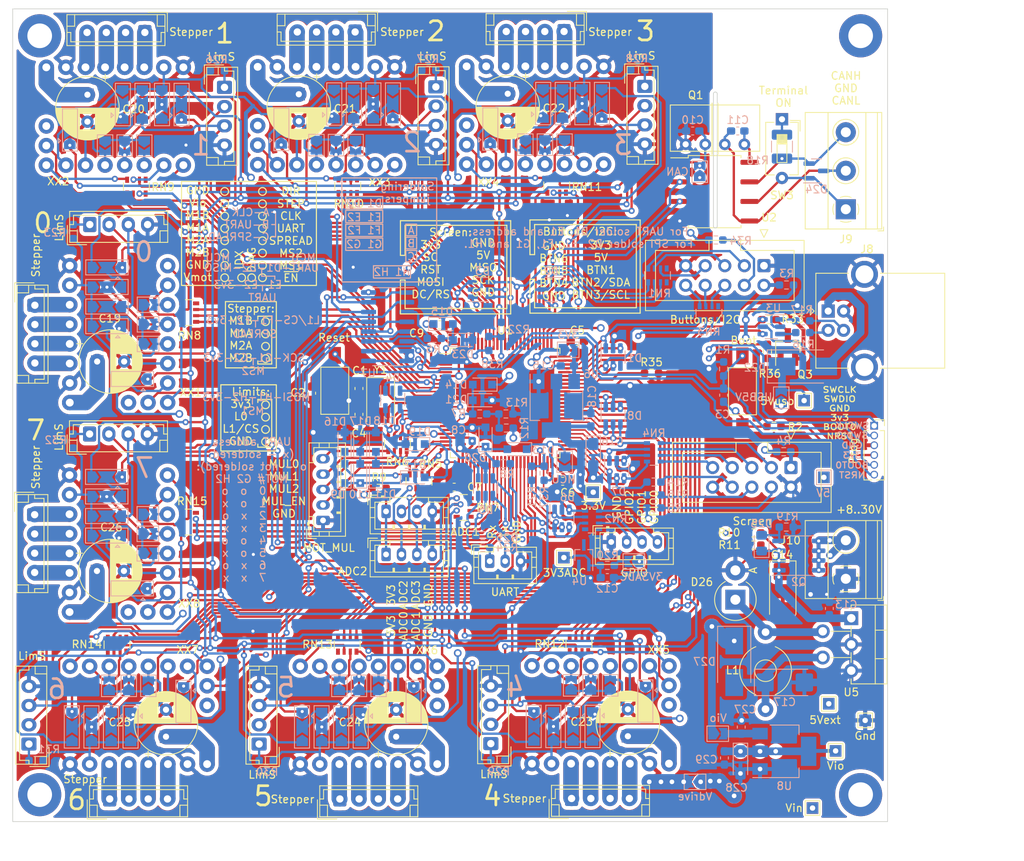
<source format=kicad_pcb>
(kicad_pcb (version 20211014) (generator pcbnew)

  (general
    (thickness 4.69)
  )

  (paper "A4")
  (layers
    (0 "F.Cu" signal)
    (1 "In1.Cu" power "Ground.Cu")
    (2 "In2.Cu" power "Power.Cu")
    (31 "B.Cu" signal)
    (32 "B.Adhes" user "B.Adhesive")
    (33 "F.Adhes" user "F.Adhesive")
    (34 "B.Paste" user)
    (35 "F.Paste" user)
    (36 "B.SilkS" user "B.Silkscreen")
    (37 "F.SilkS" user "F.Silkscreen")
    (38 "B.Mask" user)
    (39 "F.Mask" user)
    (40 "Dwgs.User" user "User.Drawings")
    (41 "Cmts.User" user "User.Comments")
    (42 "Eco1.User" user "User.Eco1")
    (43 "Eco2.User" user "User.Eco2")
    (44 "Edge.Cuts" user)
    (45 "Margin" user)
    (46 "B.CrtYd" user "B.Courtyard")
    (47 "F.CrtYd" user "F.Courtyard")
    (48 "B.Fab" user)
    (49 "F.Fab" user)
    (50 "User.1" user)
    (51 "User.2" user)
    (52 "User.3" user)
    (53 "User.4" user)
    (54 "User.5" user)
    (55 "User.6" user)
    (56 "User.7" user)
    (57 "User.8" user)
    (58 "User.9" user)
  )

  (setup
    (stackup
      (layer "F.SilkS" (type "Top Silk Screen"))
      (layer "F.Paste" (type "Top Solder Paste"))
      (layer "F.Mask" (type "Top Solder Mask") (thickness 0.01))
      (layer "F.Cu" (type "copper") (thickness 0.035))
      (layer "dielectric 1" (type "core") (thickness 1.51) (material "FR4") (epsilon_r 4.5) (loss_tangent 0.02))
      (layer "In1.Cu" (type "copper") (thickness 0.035))
      (layer "dielectric 2" (type "prepreg") (thickness 1.51) (material "FR4") (epsilon_r 4.5) (loss_tangent 0.02))
      (layer "In2.Cu" (type "copper") (thickness 0.035))
      (layer "dielectric 3" (type "core") (thickness 1.51) (material "FR4") (epsilon_r 4.5) (loss_tangent 0.02))
      (layer "B.Cu" (type "copper") (thickness 0.035))
      (layer "B.Mask" (type "Bottom Solder Mask") (thickness 0.01))
      (layer "B.Paste" (type "Bottom Solder Paste"))
      (layer "B.SilkS" (type "Bottom Silk Screen"))
      (copper_finish "None")
      (dielectric_constraints no)
    )
    (pad_to_mask_clearance 0)
    (pcbplotparams
      (layerselection 0x00010fc_ffffffff)
      (disableapertmacros false)
      (usegerberextensions false)
      (usegerberattributes true)
      (usegerberadvancedattributes true)
      (creategerberjobfile true)
      (svguseinch false)
      (svgprecision 6)
      (excludeedgelayer true)
      (plotframeref false)
      (viasonmask false)
      (mode 1)
      (useauxorigin false)
      (hpglpennumber 1)
      (hpglpenspeed 20)
      (hpglpendiameter 15.000000)
      (dxfpolygonmode true)
      (dxfimperialunits true)
      (dxfusepcbnewfont true)
      (psnegative false)
      (psa4output false)
      (plotreference true)
      (plotvalue true)
      (plotinvisibletext false)
      (sketchpadsonfab false)
      (subtractmaskfromsilk false)
      (outputformat 1)
      (mirror false)
      (drillshape 0)
      (scaleselection 1)
      (outputdirectory "gerbers/")
    )
  )

  (net 0 "")
  (net 1 "/MCU base/OSC_IN")
  (net 2 "GND")
  (net 3 "/MCU base/NRST")
  (net 4 "/MCU base/BOOT0")
  (net 5 "+3V3")
  (net 6 "/MCU base/OSC_OUT")
  (net 7 "unconnected-(D1-Pad4)")
  (net 8 "/MCU base/BTN1")
  (net 9 "/MCU base/BTN2_SDA")
  (net 10 "/MCU base/SWDIO")
  (net 11 "/MCU base/BTN3_SCL")
  (net 12 "/MCU base/SWCLK")
  (net 13 "M4_L0")
  (net 14 "M4_L1")
  (net 15 "/MCU base/BTN4")
  (net 16 "/MCU base/BTN5")
  (net 17 "/MCU base/BTN6")
  (net 18 "M3_L1")
  (net 19 "M3_L0")
  (net 20 "M2_L1")
  (net 21 "M2_L0")
  (net 22 "M1_L0")
  (net 23 "M1_L1")
  (net 24 "/MCU base/SCRN_DCRS")
  (net 25 "/MCU base/SCRN_SCK")
  (net 26 "/MCU base/SCRN_MISO")
  (net 27 "/MCU base/SCRN_MOSI")
  (net 28 "/MCU base/SCRN_RST")
  (net 29 "/MCU base/SCRN_CS")
  (net 30 "M6_L1")
  (net 31 "M6_L0")
  (net 32 "M5_L1")
  (net 33 "M5_L0")
  (net 34 "/MCU base/A0")
  (net 35 "/MCU base/A1")
  (net 36 "/MCU base/A2")
  (net 37 "/MCU base/A3")
  (net 38 "/MCU base/A4")
  (net 39 "/MCU base/A5")
  (net 40 "Net-(J1-Pad4)")
  (net 41 "Net-(J2-Pad2)")
  (net 42 "Net-(J2-Pad3)")
  (net 43 "Net-(J2-Pad5)")
  (net 44 "Net-(J2-Pad6)")
  (net 45 "Net-(J2-Pad7)")
  (net 46 "Net-(J2-Pad8)")
  (net 47 "ADC2")
  (net 48 "ADC3")
  (net 49 "ADC4")
  (net 50 "ADC5")
  (net 51 "+5V")
  (net 52 "ADC0")
  (net 53 "Vdrive")
  (net 54 "ADC1")
  (net 55 "unconnected-(RN1-Pad4)")
  (net 56 "unconnected-(RN1-Pad5)")
  (net 57 "MUL0")
  (net 58 "MUL1")
  (net 59 "MUL2")
  (net 60 "MUL_EN")
  (net 61 "M1_EN")
  (net 62 "M1_DIR")
  (net 63 "M1_STEP")
  (net 64 "+3.3VADC")
  (net 65 "TMC_SCK")
  (net 66 "TMC_MISO")
  (net 67 "TMC_MOSI")
  (net 68 "USART3_TX")
  (net 69 "M6_STEP")
  (net 70 "M6_DIR")
  (net 71 "M6_EN")
  (net 72 "M5_STEP")
  (net 73 "M5_DIR")
  (net 74 "M5_EN")
  (net 75 "USB_DM")
  (net 76 "USB_DP")
  (net 77 "M4_STEP")
  (net 78 "M4_EN")
  (net 79 "M4_DIR")
  (net 80 "CAN_RX")
  (net 81 "CAN_TX")
  (net 82 "USART2_TX")
  (net 83 "M3_DIR")
  (net 84 "M3_STEP")
  (net 85 "M3_EN")
  (net 86 "M2_STEP")
  (net 87 "M2_DIR")
  (net 88 "M2_EN")
  (net 89 "Net-(J2-Pad10)")
  (net 90 "Net-(C10-Pad1)")
  (net 91 "/MCU base/MOT_MUL0")
  (net 92 "/MCU base/MOT_MUL1")
  (net 93 "/MCU base/MOT_MUL2")
  (net 94 "/MCU base/MOT_MUL_EN")
  (net 95 "Net-(J6-Pad2)")
  (net 96 "Net-(J6-Pad3)")
  (net 97 "Net-(J6-Pad4)")
  (net 98 "Net-(J6-Pad5)")
  (net 99 "Net-(C11-Pad1)")
  (net 100 "Earth")
  (net 101 "Net-(C15-Pad1)")
  (net 102 "Net-(C17-Pad1)")
  (net 103 "Net-(D22-Pad1)")
  (net 104 "/VB")
  (net 105 "Net-(J3-Pad8)")
  (net 106 "/MCU base/OUT1")
  (net 107 "/MCU base/OUT0")
  (net 108 "/MCU base/OUT2")
  (net 109 "Net-(J7-Pad2)")
  (net 110 "Net-(J7-Pad3)")
  (net 111 "unconnected-(RN2-Pad4)")
  (net 112 "unconnected-(RN2-Pad5)")
  (net 113 "Net-(J7-Pad4)")
  (net 114 "/CANL")
  (net 115 "/CANH")
  (net 116 "Net-(D25-Pad2)")
  (net 117 "Net-(D26-Pad1)")
  (net 118 "Net-(J3-Pad1)")
  (net 119 "Net-(J3-Pad3)")
  (net 120 "Net-(J3-Pad4)")
  (net 121 "Net-(J3-Pad5)")
  (net 122 "Net-(J3-Pad6)")
  (net 123 "Net-(J3-Pad7)")
  (net 124 "Net-(J3-Pad9)")
  (net 125 "Net-(J4-Pad1)")
  (net 126 "Net-(J8-Pad2)")
  (net 127 "Net-(J8-Pad3)")
  (net 128 "Net-(J10-Pad2)")
  (net 129 "Net-(JP4-Pad2)")
  (net 130 "/Motors/Vm")
  (net 131 "/Motors/USART0-3")
  (net 132 "/Motors/MOSI")
  (net 133 "Net-(JP8-Pad1)")
  (net 134 "/Motors/SCK")
  (net 135 "Net-(JP13-Pad1)")
  (net 136 "/Motors/MISO")
  (net 137 "unconnected-(RN8-Pad8)")
  (net 138 "unconnected-(RN8-Pad1)")
  (net 139 "Net-(R16-Pad2)")
  (net 140 "Net-(R17-Pad2)")
  (net 141 "Net-(R18-Pad1)")
  (net 142 "/Motors/USART4-7")
  (net 143 "/Motors/DIAG4")
  (net 144 "/Motors/DIAG6")
  (net 145 "/Motors/DIAG7")
  (net 146 "/Motors/DIAG5")
  (net 147 "/Motors/DIAG3")
  (net 148 "/Motors/DIAG0")
  (net 149 "/Motors/DIAG1")
  (net 150 "/Motors/DIAG2")
  (net 151 "unconnected-(XX1-Pad18)")
  (net 152 "/Motors/stepper_M1/U")
  (net 153 "Net-(J11-Pad1)")
  (net 154 "/Motors/stepper_M1/~{ENx}")
  (net 155 "/Motors/stepper_M1/STEPx")
  (net 156 "/Motors/stepper_M1/DIRx")
  (net 157 "/MCU base/USART1_RX")
  (net 158 "/Motors/stepper_M1/MS1")
  (net 159 "/Motors/stepper_M1/MS2")
  (net 160 "/Motors/stepper_M1/SPR")
  (net 161 "/Motors/stepper_M1/CLK")
  (net 162 "/MCU base/USART1_TX")
  (net 163 "Net-(J13-Pad2)")
  (net 164 "Net-(J13-Pad1)")
  (net 165 "M0_L1")
  (net 166 "M0_L0")
  (net 167 "Net-(J12-Pad4)")
  (net 168 "Net-(J12-Pad3)")
  (net 169 "Net-(J12-Pad2)")
  (net 170 "Net-(J12-Pad1)")
  (net 171 "M0_STEP")
  (net 172 "M0_DIR")
  (net 173 "M0_EN")
  (net 174 "M7_L0")
  (net 175 "M7_L1")
  (net 176 "M7_DIR")
  (net 177 "M7_EN")
  (net 178 "M7_STEP")
  (net 179 "MCU3v3")
  (net 180 "unconnected-(RN7-Pad5)")
  (net 181 "unconnected-(RN7-Pad4)")
  (net 182 "Net-(J14-Pad1)")
  (net 183 "Net-(J15-Pad1)")
  (net 184 "Net-(J15-Pad2)")
  (net 185 "Net-(J15-Pad3)")
  (net 186 "Net-(J15-Pad4)")
  (net 187 "Net-(JP16-Pad1)")
  (net 188 "/Motors/stepper_M2/U")
  (net 189 "/Motors/stepper_M2/MS1")
  (net 190 "/Motors/stepper_M2/MS2")
  (net 191 "/Motors/stepper_M2/SPR")
  (net 192 "Net-(JP21-Pad1)")
  (net 193 "/Motors/stepper_M2/CLK")
  (net 194 "/Motors/stepper_M2/DIRx")
  (net 195 "/Motors/stepper_M2/STEPx")
  (net 196 "/Motors/stepper_M2/~{ENx}")
  (net 197 "unconnected-(RN9-Pad1)")
  (net 198 "unconnected-(RN9-Pad8)")
  (net 199 "unconnected-(XX2-Pad18)")
  (net 200 "Net-(J16-Pad1)")
  (net 201 "Net-(J17-Pad1)")
  (net 202 "Net-(J17-Pad2)")
  (net 203 "Net-(J17-Pad3)")
  (net 204 "Net-(J17-Pad4)")
  (net 205 "Net-(JP24-Pad1)")
  (net 206 "/Motors/stepper_M3/U")
  (net 207 "/Motors/stepper_M3/MS1")
  (net 208 "/Motors/stepper_M3/MS2")
  (net 209 "/Motors/stepper_M3/SPR")
  (net 210 "Net-(JP29-Pad1)")
  (net 211 "/Motors/stepper_M3/CLK")
  (net 212 "unconnected-(RN10-Pad1)")
  (net 213 "/Motors/stepper_M3/DIRx")
  (net 214 "/Motors/stepper_M3/STEPx")
  (net 215 "/Motors/stepper_M3/~{ENx}")
  (net 216 "unconnected-(RN10-Pad8)")
  (net 217 "unconnected-(XX3-Pad18)")
  (net 218 "Net-(J18-Pad1)")
  (net 219 "Net-(J19-Pad1)")
  (net 220 "Net-(J19-Pad2)")
  (net 221 "Net-(J19-Pad3)")
  (net 222 "Net-(J19-Pad4)")
  (net 223 "Net-(JP32-Pad1)")
  (net 224 "/Motors/stepper_M4/U")
  (net 225 "/Motors/stepper_M4/MS1")
  (net 226 "/Motors/stepper_M4/MS2")
  (net 227 "/Motors/stepper_M4/SPR")
  (net 228 "Net-(JP37-Pad1)")
  (net 229 "/Motors/stepper_M4/CLK")
  (net 230 "unconnected-(RN11-Pad1)")
  (net 231 "/Motors/stepper_M4/DIRx")
  (net 232 "/Motors/stepper_M4/STEPx")
  (net 233 "/Motors/stepper_M4/~{ENx}")
  (net 234 "unconnected-(RN11-Pad8)")
  (net 235 "unconnected-(XX4-Pad18)")
  (net 236 "Net-(J20-Pad1)")
  (net 237 "Net-(J21-Pad1)")
  (net 238 "Net-(J21-Pad2)")
  (net 239 "Net-(J21-Pad3)")
  (net 240 "Net-(J21-Pad4)")
  (net 241 "Net-(JP40-Pad1)")
  (net 242 "/Motors/stepper_M5/U")
  (net 243 "/Motors/stepper_M5/MS1")
  (net 244 "/Motors/stepper_M5/MS2")
  (net 245 "/Motors/stepper_M5/SPR")
  (net 246 "Net-(JP45-Pad1)")
  (net 247 "/Motors/stepper_M5/CLK")
  (net 248 "unconnected-(RN12-Pad1)")
  (net 249 "/Motors/stepper_M5/DIRx")
  (net 250 "/Motors/stepper_M5/STEPx")
  (net 251 "/Motors/stepper_M5/~{ENx}")
  (net 252 "unconnected-(RN12-Pad8)")
  (net 253 "unconnected-(XX5-Pad18)")
  (net 254 "Net-(J22-Pad1)")
  (net 255 "Net-(J23-Pad1)")
  (net 256 "Net-(J23-Pad2)")
  (net 257 "Net-(J23-Pad3)")
  (net 258 "Net-(J23-Pad4)")
  (net 259 "Net-(JP48-Pad1)")
  (net 260 "/Motors/stepper_M6/U")
  (net 261 "/Motors/stepper_M6/MS1")
  (net 262 "/Motors/stepper_M6/MS2")
  (net 263 "/Motors/stepper_M6/SPR")
  (net 264 "Net-(JP53-Pad1)")
  (net 265 "/Motors/stepper_M6/CLK")
  (net 266 "unconnected-(RN13-Pad1)")
  (net 267 "/Motors/stepper_M6/DIRx")
  (net 268 "/Motors/stepper_M6/STEPx")
  (net 269 "/Motors/stepper_M6/~{ENx}")
  (net 270 "unconnected-(RN13-Pad8)")
  (net 271 "unconnected-(XX6-Pad18)")
  (net 272 "Net-(J24-Pad1)")
  (net 273 "Net-(J25-Pad1)")
  (net 274 "Net-(J25-Pad2)")
  (net 275 "Net-(J25-Pad3)")
  (net 276 "Net-(J25-Pad4)")
  (net 277 "Net-(JP56-Pad1)")
  (net 278 "/Motors/stepper_M7/U")
  (net 279 "/Motors/stepper_M7/MS1")
  (net 280 "/Motors/stepper_M7/MS2")
  (net 281 "/Motors/stepper_M7/SPR")
  (net 282 "Net-(JP61-Pad1)")
  (net 283 "/Motors/stepper_M7/CLK")
  (net 284 "unconnected-(RN14-Pad1)")
  (net 285 "/Motors/stepper_M7/DIRx")
  (net 286 "/Motors/stepper_M7/STEPx")
  (net 287 "/Motors/stepper_M7/~{ENx}")
  (net 288 "unconnected-(RN14-Pad8)")
  (net 289 "unconnected-(XX7-Pad18)")
  (net 290 "Net-(J26-Pad1)")
  (net 291 "Net-(J27-Pad1)")
  (net 292 "Net-(J27-Pad2)")
  (net 293 "Net-(J27-Pad3)")
  (net 294 "Net-(J27-Pad4)")
  (net 295 "Net-(JP64-Pad1)")
  (net 296 "/Motors/stepper_M8/U")
  (net 297 "/Motors/stepper_M8/MS1")
  (net 298 "/Motors/stepper_M8/MS2")
  (net 299 "/Motors/stepper_M8/SPR")
  (net 300 "Net-(JP69-Pad1)")
  (net 301 "/Motors/stepper_M8/CLK")
  (net 302 "unconnected-(RN15-Pad1)")
  (net 303 "/Motors/stepper_M8/DIRx")
  (net 304 "/Motors/stepper_M8/STEPx")
  (net 305 "/Motors/stepper_M8/~{ENx}")
  (net 306 "unconnected-(RN15-Pad8)")
  (net 307 "unconnected-(XX8-Pad18)")
  (net 308 "/MCU base/Diagn")
  (net 309 "DIAGNOST")
  (net 310 "Net-(C27-Pad1)")
  (net 311 "Vio")
  (net 312 "Net-(Q3-Pad1)")
  (net 313 "Net-(J2-Pad4)")
  (net 314 "Net-(Q3-Pad3)")
  (net 315 "/MCU base/DPPU")
  (net 316 "unconnected-(RN3-Pad1)")
  (net 317 "unconnected-(RN3-Pad8)")

  (footprint "Capacitor_SMD:C_0603_1608Metric_Pad1.08x0.95mm_HandSolder" (layer "F.Cu") (at 110.8975 79.502))

  (footprint "Connector_JST:JST_EH_B4B-EH-A_1x04_P2.50mm_Vertical" (layer "F.Cu") (at 99.921075 41.501827 180))

  (footprint "Connector_JST:JST_EH_B4B-EH-A_1x04_P2.50mm_Vertical" (layer "F.Cu") (at 58.374 76.974 -90))

  (footprint "Connector_JST:JST_PH_B5B-PH-K_1x05_P2.00mm_Vertical" (layer "F.Cu") (at 95.758 104.902 90))

  (footprint "Connector_IDC:IDC-Header_2x05_P2.54mm_Vertical" (layer "F.Cu") (at 152.9588 71.8407 -90))

  (footprint "Button_Switch_SMD:SW_SPST_FSMSM" (layer "F.Cu") (at 150.1648 88.138 -90))

  (footprint "Connector_JST:JST_EH_B4B-EH-A_1x04_P2.50mm_Vertical" (layer "F.Cu") (at 87.466 133.934 90))

  (footprint "MountingHole:MountingHole_3.2mm_M3_DIN965_Pad" (layer "F.Cu") (at 165.5 140.5))

  (footprint "Resistor_SMD:R_0603_1608Metric_Pad0.98x0.95mm_HandSolder" (layer "F.Cu") (at 153.416 82.9564 -90))

  (footprint "Button_Switch_THT:SW_DIP_SPSTx01_Slide_6.7x4.1mm_W7.62mm_P2.54mm_LowProfile" (layer "F.Cu") (at 155.2956 52.832 -90))

  (footprint "Capacitor_THT:CP_Radial_D8.0mm_P3.50mm" (layer "F.Cu") (at 105.246 132.978 90))

  (footprint "Connector_JST:JST_PH_B4B-PH-K_1x04_P2.00mm_Vertical" (layer "F.Cu") (at 103.934 103.7336))

  (footprint "Connector_JST:JST_EH_B4B-EH-A_1x04_P2.50mm_Vertical" (layer "F.Cu") (at 65.5 66.5))

  (footprint "stepper:stepper_module" (layer "F.Cu") (at 131.75 130.124 -90))

  (footprint "Resistor_SMD:R_Array_Convex_4x0603" (layer "F.Cu") (at 126.07045 61.46 -90))

  (footprint "Connector_JST:JST_PH_B3B-PH-K_1x03_P2.00mm_Vertical" (layer "F.Cu") (at 117.38 110.194))

  (footprint "stepper:stepper_module" (layer "F.Cu") (at 69.222 107.9116 180))

  (footprint "stepper:stepper_module" (layer "F.Cu") (at 96.171075 52.377827 90))

  (footprint "Resistor_SMD:R_Array_Convex_4x0603" (layer "F.Cu") (at 113.9952 103.2256))

  (footprint "TerminalBlock_Phoenix:TerminalBlock_Phoenix_MKDS-1,5-2_1x02_P5.00mm_Horizontal" (layer "F.Cu") (at 163.576 112.482 90))

  (footprint "Resistor_SMD:R_0603_1608Metric_Pad0.98x0.95mm_HandSolder" (layer "F.Cu") (at 153.6173 78.8416 180))

  (footprint "Connector_IDC:IDC-Header_2x05_P2.54mm_Vertical" (layer "F.Cu") (at 156.464 98.044 -90))

  (footprint "Package_TO_SOT_SMD:SOT-23_Handsoldering" (layer "F.Cu") (at 156.0576 82.3976 90))

  (footprint "TestPoint:TestPoint_THTPad_1.5x1.5mm_Drill0.7mm" (layer "F.Cu") (at 166.0906 130.8608))

  (footprint "Connector_PinSocket_1.27mm:PinSocket_1x06_P1.27mm_Vertical" (layer "F.Cu") (at 167.2586 92.6084))

  (footprint "Connector_JST:JST_EH_B4B-EH-A_1x04_P2.50mm_Vertical" (layer "F.Cu") (at 57.604925 133.934 90))

  (footprint "Package_QFP:LQFP-100_14x14mm_P0.5mm" (layer "F.Cu") (at 119.38 89.662))

  (footprint "MountingHole:MountingHole_3.2mm_M3_DIN965_Pad" (layer "F.Cu") (at 59 42))

  (footprint "Capacitor_THT:CP_Radial_D8.0mm_P3.50mm" (layer "F.Cu")
    (tedit 5AE50EF0) (tstamp 54feca81-afb3-4fb5-84f6-1707a4e4bb1b)
    (at 135.306 132.918 90)
    (descr "CP, Radial series, Radial, pin pitch=3.50mm, , diameter=8mm, Electrolytic Capacitor")
    (tags "CP Radial series Radial pin pitch 3.50mm  diameter 8mm Electrolytic Capacitor")
    (property "Sheetfile" "stepper_M.kicad_sch")
    (property "Sheetname" "stepper_M5")
    (path "/cf2c4fa9-a57e-4812-ae0c-3db57f6071a5/f8c6e88c-0183-4d2e-a3ca-39251d1701fb/028c2f35-a9b0-4aaf-988c-ea6dbc478016")
    (attr through_hole)
    (fp_text reference "C23" (at 1.8796 -5.9944) (layer "F.SilkS")
      (effects (font (size 1 1) (thickness 0.15)))
      (tstamp 7b4a4239-8607-4022-a212-bb8c6f16fa63)
    )
    (fp_text value "100u 35V" (at 1.75 5.25 90) (layer "F.Fab")
      (effects (font (size 1 1) (thickness 0.15)))
      (tstamp 96bf238f-4f4f-4f68-869e-10ec7b2d590d)
    )
    (fp_text user "${REFERENCE}" (at 1.75 0 90) (layer "F.Fab")
      (effects (font (size 1 1) (thickness 0.15)))
      (tstamp 428b2f70-031d-4d8d-bc9a-f057fe618982)
    )
    (fp_line (start 4.591 -2.945) (end 4.591 2.945) (layer "F.SilkS") (width 0.12) (tstamp 0341b80b-a284-4b79-b869-1fbf37caf697))
    (fp_line (start 2.35 -4.037) (end 2.35 4.037) (layer "F.SilkS") (width 0.12) (tstamp 06b8dc57-b8af-459b-9742-9a75215ed786))
    (fp_line (start 3.311 1.04) (end 3.311 3.774) (layer "F.SilkS") (width 0.12) (tstamp 08853ffb-610d-4058-a7ed-810ede818c32))
    (fp_line (start 3.711 -3.584) (end 3.711 -1.04) (layer "F.SilkS") (width 0.12) (tstamp 0a250321-2a40-4ea7-803e-597c67b3a908))
    (fp_line (start 3.551 -3.666) (end 3.551 -1.04) (layer "F.SilkS") (width 0.12) (tstamp 0ad097ec-cb29-4fde-8e11-c565a582b3c9))
    (fp_line (start 4.031 -3.392) (end 4.031 -1.04) (layer "F.SilkS") (width 0.12) (tstamp 0ad5b517-6afc-415d-b906-428f1cf86026))
    (fp_line (start 4.951 -2.556) (end 4.951 2.556) (layer "F.SilkS") (width 0.12) (tstamp 0ae4c03c-d0d2-4d8f-9744-4df60c31fef5))
    (fp_line (start 4.911 -2.604) (end 4.911 2.604) (layer "F.SilkS") (width 0.12) (tstamp 0b0a1389-e9cc-4e13-858b-51c0e62f42e3))
    (fp_line (start 4.791 -2.741) (end 4.791 2.741) (layer "F.SilkS") (width 0.12) (tstamp 0c57afef-3ce8-418e-aac3-e825b76ffc1e))
    (fp_line (start 1.87 -4.079) (end 1.87 4.079) (layer "F.SilkS") (width 0.12) (tstamp 0cac4be0-30c2-47e4-b192-807c51d1cf49))
    (fp_line (start 2.951 -3.902) (end 2.951 -1.04) (layer "F.SilkS") (width 0.12) (tstamp 0dd74dfa-4fd9-4993-830c-59480cf6a753))
    (fp_line (start 3.911 -3.469) (end 3.911 -1.04) (layer "F.SilkS") (width 0.12) (tstamp 0ef6e8d3-9ed9-4b56-b264-998a28590b6f))
    (fp_line (start 2.631 1.04) (end 2.631 3.985) (layer "F.SilkS") (width 0.12) (tstamp 10999b64-b707-46b7-9b41-763568379b06))
    (fp_line (start 5.591 -1.453) (end 5.591 1.453) (layer "F.SilkS") (width 0.12) (tstamp 10b2a98d-30b4-429d-b80f-2c285c482bdd))
    (fp_line (start 2.671 -3.976) (end 2.671 -1.04) (layer "F.SilkS") (width 0.12) (tstamp 1305c615-7d4c-4f44-a133-84ebc1df12c2))
    (fp_line (start 3.271 1.04) (end 3.271 3.79) (layer "F.SilkS") (width 0.12) (tstamp 1413e654-9277-4964-8e83-d941607f55bf))
    (fp_line (start 5.551 -1.552) (end 5.551 1.552) (layer "F.SilkS") (width 0.12) (tstamp 197ada20-f457-44c8-a3c4-81e3e5875f93))
    (fp_line (start 3.431 -3.722) (end 3.431 -1.04) (layer "F.SilkS") (width 0.12) (tstamp 1df3702f-c8b6-43ba-9681-65236dc4109e))
    (fp_line (start 3.911 1.04) (end 3.911 3.469) (layer "F.SilkS") (width 0.12) (tstamp 1e2916ff-56ed-43e4-9e7e-718f720daa60))
    (fp_line (start 1.95 -4.076) (end 1.95 4.076) (layer "F.SilkS") (width 0.12) (tstamp 1e41e304-f6ba-4945-9082-66ba30de890f))
    (fp_line (start 4.231 -3.25) (end 4.231 -1.04) (layer "F.SilkS") (width 0.12) (tstamp 1f8c071c-97f9-45fe-aedc-df2c79346e19))
    (fp_line (start 1.99 -4.074) (end 1.99 4.074) (layer "F.SilkS") (width 0.12) (tstamp 203e5bfd-c3cd-407c-b2f9-f253788edebf))
    (fp_line (start 5.111 -2.345) (end 5.111 2.345) (layer "F.SilkS") (width 0.12) (tstamp 225c4338-3bdd-4019-8af7-67593b4f3cab))
    (fp_line (start 4.311 1.04) (end 4.311 3.189) (layer "F.SilkS") (width 0.12) (tstamp 241021d2-ff57-4cdc-8e8b-e5be3e9a8d1b))
    (fp_line (start 2.711 1.04) (end 2.711 3.967) (layer "F.SilkS") (width 0.12) (tstamp 264c10a4-a6c0-4174-b449-6ad9b4bd822d))
    (fp_line (start 4.151 1.04) (end 4.151 3.309) (layer "F.SilkS") (width 0.12) (tstamp 266f29d4-ee14-4f6d-b981-a3c14fc8d08d))
    (fp_line (start 2.23 -4.052) (end 2.23 4.052) (layer "F.SilkS") (width 0.12) (tstamp 27465d4f-5b09-4035-b26f-e4760c54c1c3))
    (fp_line (start 3.511 -3.686) (end 3.511 -1.04) (layer "F.SilkS") (width 0.12) (tstamp 2a3d1b52-a8cc-463e-a567-8b3d4a5c05c3))
    (fp_line (start 3.751 -3.562) (end 3.751 -1.04) (layer "F.SilkS") (width 0.12) (tstamp 2b79d754-b878-4233-8e46-eb70a38e5705))
    (fp_line (start 5.271 -2.102) (end 5.271 2.102) (layer "F.SilkS") (width 0.12) (tstamp 2ca92dc9-28e8-45e7-9f29-e9dc8fcc1509))
    (fp_line (start 2.511 1.04) (end 2.511 4.01) (layer "F.SilkS") (width 0.12) (tstamp 2e1b8a49-dc10-4561-8b08-3650368e47fc))
    (fp_line (start 3.951 1.04) (end 3.951 3.444) (layer "F.SilkS") (width 0.12) (tstamp 2e5a6886-aab0-42bd-b2a1-4ed8b064f6f5))
    (fp_line (start 2.751 1.04) (end 2.751 3.957) (layer "F.SilkS") (width 0.12) (tstamp 316e9e0a-bb75-4956-b428-af79c04f0516))
    (fp_line (start 4.111 1.04) (end 4.111 3.338) (layer "F.SilkS") (width 0.12) (tstamp 35a595ef-d1b3-4672-8f62-32da7c420585))
    (fp_line (start 4.871 -2.651) (end 4.871 2.651) (layer "F.SilkS") (width 0.12) (tstamp 399ec781-6aa1-487c-b215-97bc23893585))
    (fp_line (start 3.551 1.04) (end 3.551 3.666) (layer "F.SilkS") (width 0.12) (tstamp 3ab39475-f3a3-4eda-8850-3486bc3b9d2c))
    (fp_line (start 4.271 1.04) (end 4.271 3.22) (layer "F.SilkS") (width 0.12) (tstamp 3eb8aeed-c0b5-41d2-97ff-55b7250e8d23))
    (fp_line (start 4.231 1.04) (end 4.231 3.25) (layer "F.SilkS") (width 0.12) (tstamp 4027b944-0345-43ca-aaac-a9fdce2fc371))
    (fp_line (start 5.071 -2.4) (end 5.071 2.4) (layer "F.SilkS") (width 0.12) (tstamp 409da033-9f9f-472b-a209-43334eac9340))
    (fp_line (start 2.831 -3.936) (end 2.831 -1.04) (layer "F.SilkS") (width 0.12) (tstamp 433d0b95-19e6-4cdc-88b4-6e285766e3a7))
    (fp_line (start 2.871 1.04) (end 2.871 3.925) (layer "F.SilkS") (width 0.12) (tstamp 45ccb5af-97e5-4307-b56e-36f5d00216d3))
    (fp_line (start 3.391 -3.74) (end 3.391 -1.04) (layer "F.SilkS") (width 0.12) (tstamp 45f9c57a-a34a-48ff-8938-e33ba3df4af0))
    (fp_line (start 3.151 -3.835) (end 3.151 -1.04) (layer "F.SilkS") (width 0.12) (tstamp 46fd2fc3-88a1-47cd-a146-83ec2fde3a61))
    (fp_line (start 2.631 -3.985) (end 2.631 -1.04) (layer "F.SilkS") (width 0.12) (tstamp 472c3772-e9fa-48e1-9210-904d4b225f16))
    (fp_line (start 2.19 -4.057) (end 2.19 4.057) (layer "F.SilkS") (width 0.12) (tstamp 4752dbe3-1ffa-4c5a-9127-dc5683868965))
    (fp_line (start 4.471 -3.055) (end 4.471 -1.04) (layer "F.SilkS") (width 0.12) (tstamp 49865241-fbc0-403f-b837-7eff07416725))
    (fp_line (start 4.631 -2.907) (end 4.631 2.907) (layer "F.SilkS") (width 0.12) (tstamp 4a2c9307-bbe7-4224-adab-db6eb6be32fb))
    (fp_line (start 4.991 -2.505) (end 4.991 2.505) (layer "F.SilkS") (width 0.12) (tstamp 4a5f91fb-bf48-4494-ac7c-8a5ab6020a5a))
    (fp_line (start 4.271 -3.22) (end 4.271 -1.04) (layer "F.SilkS") (width 0.12) (tstamp 4ac261e1-b330-4409-b0d2-190aca8fd7a1))
    (fp_line (start 4.711 -2.826) (end 4.711 2.826) (layer "F.SilkS") (width 0.12) (tstamp 4b69bc64-dea5-47c7-9316-561689bee104))
    (fp_line (start 4.351 -3.156) (end 4.351 -1.04) (layer "F.SilkS") (width 0.12) (tstamp 4d37fe39-c913-45ac-b12f-c66948615f92))
    (fp_line (start 5.231 -2.166) (end 5.231 2.166) (layer "F.SilkS") (width 0.12) (tstamp 4ee85bf4-b8b2-4849-8d7d-d64f3470a3e2))
    (fp_line (start 3.031 1.04) (end 3.031 3.877) (layer "F.SilkS") (width 0.12) (tstamp 52062ff7-b4c3-4205-8989-879aaaa6141b))
    (fp_line (start 5.751 -0.948) (end 5.751 0.948) (layer "F.SilkS") (width 0.12) (tstamp 53a26c32-5b4d-44eb-bf7e-8158861dadd0))
    (fp_line (start 4.551 -2.983) (end 4.551 2.983) (layer "F.SilkS") (width 0.12) (tstamp 548acc5a-42fb-4465-89e4-ce8a24163211))
    (fp_line (start 3.471 1.04) (end 3.471 3.704) (layer "F.SilkS") (width 0.12) (tstamp 578331c5-06a5-4a4f-a834-5747fccdbb77))
    (fp_line (start 3.831 1.04) (end 3.831 3.517) (layer "F.SilkS") (width 0.12) (tstamp 582cac7f-c1ef-4196-bb7c-6bc5c2a0944b))
    (fp_line (start 5.191 -2.228) (end 5.191 2.228) (layer "F.SilkS") (width 0.12) (tstamp 5966f391-cbac-4620-b844-1e77d6d72069))

... [8789656 chars truncated]
</source>
